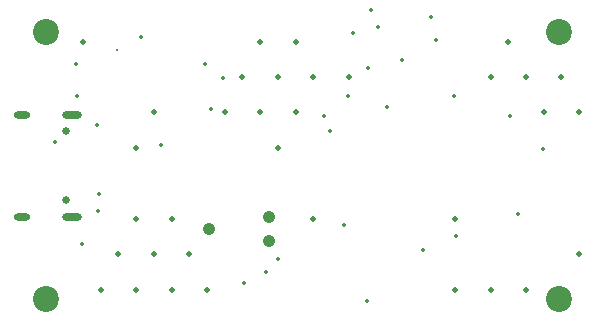
<source format=gbr>
%TF.GenerationSoftware,Altium Limited,Altium Designer,25.7.1 (20)*%
G04 Layer_Color=0*
%FSLAX45Y45*%
%MOMM*%
%TF.SameCoordinates,8071C31C-8A66-4455-A033-DC46DB2AE162*%
%TF.FilePolarity,Positive*%
%TF.FileFunction,Plated,1,2,PTH,Drill*%
%TF.Part,Single*%
G01*
G75*
%TA.AperFunction,ComponentDrill*%
%ADD73C,1.06700*%
%ADD74O,1.70000X0.60000*%
%ADD75C,0.65000*%
%ADD76O,1.40000X0.60000*%
%TA.AperFunction,OtherDrill,Pad Free-MH (21.745mm,11.325mm)*%
%ADD77C,2.20000*%
%TA.AperFunction,OtherDrill,Pad Free-MH (-21.745mm,11.325mm)*%
%ADD78C,2.20000*%
%TA.AperFunction,OtherDrill,Pad Free-MH (-21.745mm,-11.325mm)*%
%ADD79C,2.20000*%
%TA.AperFunction,OtherDrill,Pad Free-MH (21.745mm,-11.325mm)*%
%ADD80C,2.20000*%
%TA.AperFunction,ViaDrill,NotFilled*%
%ADD81C,0.35000*%
%ADD82C,0.30000*%
%ADD83C,0.50000*%
D73*
X-787000Y-533500D02*
D03*
X-279000Y-431900D02*
D03*
Y-635100D02*
D03*
D74*
X-1951750Y-432000D02*
D03*
Y432000D02*
D03*
D75*
X-2001750Y289000D02*
D03*
Y-289000D02*
D03*
D76*
X-2369750Y432000D02*
D03*
Y-432000D02*
D03*
D77*
X2174500Y1132500D02*
D03*
D78*
X-2174500D02*
D03*
D79*
Y-1132500D02*
D03*
D80*
X2174500Y-1132500D02*
D03*
D81*
X-1720000Y-240000D02*
D03*
X-2092500Y202500D02*
D03*
X-1865000Y-662500D02*
D03*
X-1730000Y-380000D02*
D03*
X-1742500Y340000D02*
D03*
X-1907500Y590000D02*
D03*
X-1917500Y857500D02*
D03*
X-1367500Y1092500D02*
D03*
X-675000Y742500D02*
D03*
X-827500Y862500D02*
D03*
X237500Y292500D02*
D03*
X387500Y590000D02*
D03*
X1760000Y417500D02*
D03*
X2035000Y140000D02*
D03*
X1822500Y-410000D02*
D03*
X1302500Y-595000D02*
D03*
X545000Y-1142500D02*
D03*
X-207500Y-792500D02*
D03*
X-772500Y480000D02*
D03*
X1087500Y1258800D02*
D03*
X1287500Y590000D02*
D03*
X1130000Y1062500D02*
D03*
X427500Y1125000D02*
D03*
X-1197500Y172500D02*
D03*
X637341Y1173393D02*
D03*
X577500Y1320000D02*
D03*
X352500Y-505000D02*
D03*
X180000Y417500D02*
D03*
X717500Y500000D02*
D03*
X847500Y892500D02*
D03*
X552500Y827500D02*
D03*
X1025000Y-712500D02*
D03*
X-492500Y-997500D02*
D03*
X-309987Y-897410D02*
D03*
D82*
X-1570000Y982500D02*
D03*
D83*
X2192996Y749997D02*
D03*
X2342996Y449997D02*
D03*
Y-750003D02*
D03*
X1892996Y749997D02*
D03*
X2042996Y449997D02*
D03*
X1892996Y-1050002D02*
D03*
X1742997Y1049997D02*
D03*
X1592997Y749997D02*
D03*
Y-1050002D02*
D03*
X1292997Y-450003D02*
D03*
Y-1050002D02*
D03*
X392997Y749997D02*
D03*
X92997D02*
D03*
Y-450003D02*
D03*
X-57003Y1049997D02*
D03*
X-207003Y749997D02*
D03*
X-57003Y449997D02*
D03*
X-207003Y149997D02*
D03*
X-357003Y1049997D02*
D03*
X-507003Y749997D02*
D03*
X-357003Y449997D02*
D03*
X-657003D02*
D03*
X-807003Y-1050002D02*
D03*
X-1107003Y-450003D02*
D03*
X-957003Y-750003D02*
D03*
X-1107003Y-1050002D02*
D03*
X-1257003Y449997D02*
D03*
X-1407003Y149997D02*
D03*
Y-450003D02*
D03*
X-1257003Y-750003D02*
D03*
X-1407003Y-1050002D02*
D03*
X-1557002Y-750003D02*
D03*
X-1707002Y-1050002D02*
D03*
X-1857002Y1049997D02*
D03*
%TF.MD5,2413a06517e46d3ca33da0e76186841a*%
M02*

</source>
